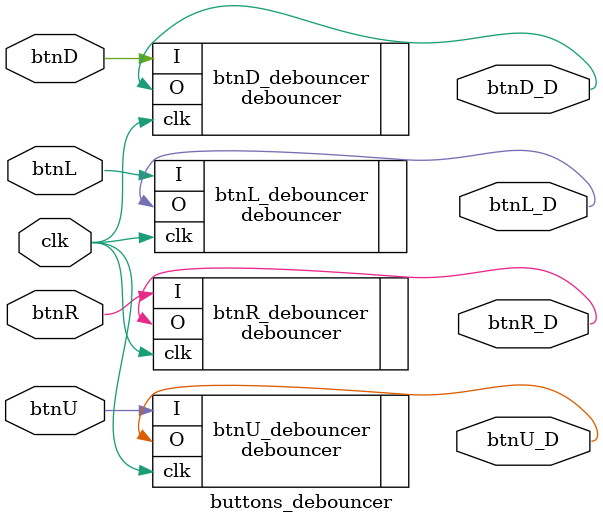
<source format=v>
`timescale 1ns / 1ps

module buttons_debouncer(
    input wire clk,
    input wire btnR,
    input wire btnL,
    input wire btnD,
    input wire btnU,
    output wire btnR_D,
    output wire btnD_D,
    output wire btnL_D,
    output wire btnU_D
);
    
debouncer btnR_debouncer(
    .clk(clk),
    .I(btnR),
    .O(btnR_D)
);
debouncer btnL_debouncer(
    .clk(clk),
    .I(btnL),
    .O(btnL_D)
);
debouncer btnD_debouncer(
    .clk(clk),
    .I(btnD),
    .O(btnD_D)
);
debouncer btnU_debouncer(
    .clk(clk),
    .I(btnU),
    .O(btnU_D)
);

endmodule

</source>
